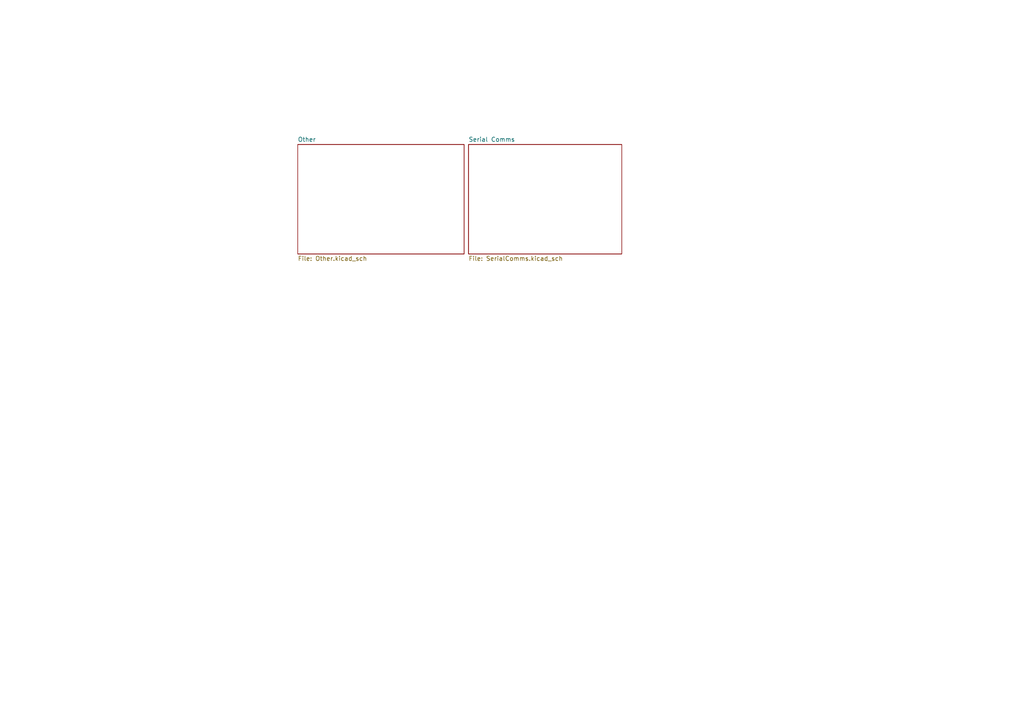
<source format=kicad_sch>
(kicad_sch (version 20211123) (generator eeschema)
  (paper "A4")
  (title_block (title "OWE005980 SkyTrack 2 Camera Module PCB") (date "2022-05-05") (rev "A"))
  (lib_symbols)
  (sheet (at 135.89 41.91) (size 44.45 31.75) (stroke (width 0.1524))
    (property "Sheet name" "Serial Comms" (at 135.89 41.1984 0) (effects (justify left bottom)))
    (property "Sheet file" "SerialComms.kicad_sch" (at 135.89 74.2446 0) (effects (justify left top)))
  )
  (sheet (at 86.36 41.91) (size 48.26 31.75) (stroke (width 0.1524))
    (property "Sheet name" "Other" (at 86.36 41.1984 0) (effects (justify left bottom)))
    (property "Sheet file" "Other.kicad_sch" (at 86.36 74.2446 0) (effects (justify left top)))
  )
)
</source>
